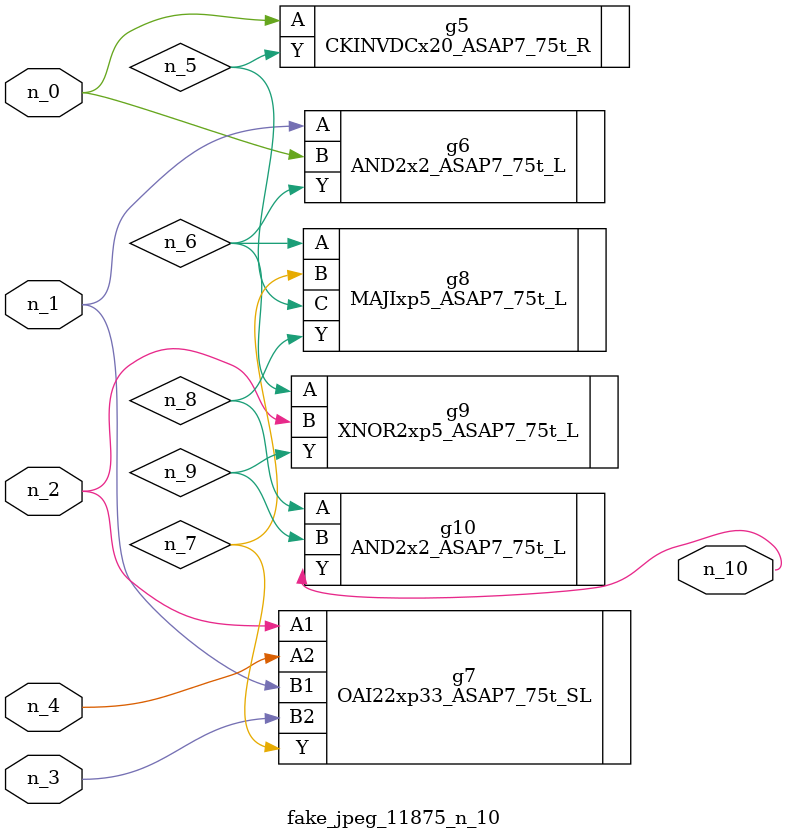
<source format=v>
module fake_jpeg_11875_n_10 (n_3, n_2, n_1, n_0, n_4, n_10);

input n_3;
input n_2;
input n_1;
input n_0;
input n_4;

output n_10;

wire n_8;
wire n_9;
wire n_6;
wire n_5;
wire n_7;

CKINVDCx20_ASAP7_75t_R g5 ( 
.A(n_0),
.Y(n_5)
);

AND2x2_ASAP7_75t_L g6 ( 
.A(n_1),
.B(n_0),
.Y(n_6)
);

OAI22xp33_ASAP7_75t_SL g7 ( 
.A1(n_2),
.A2(n_4),
.B1(n_1),
.B2(n_3),
.Y(n_7)
);

MAJIxp5_ASAP7_75t_L g8 ( 
.A(n_6),
.B(n_7),
.C(n_5),
.Y(n_8)
);

AND2x2_ASAP7_75t_L g10 ( 
.A(n_8),
.B(n_9),
.Y(n_10)
);

XNOR2xp5_ASAP7_75t_L g9 ( 
.A(n_6),
.B(n_2),
.Y(n_9)
);


endmodule
</source>
